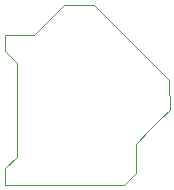
<source format=gbr>
%TF.GenerationSoftware,KiCad,Pcbnew,7.0.9*%
%TF.CreationDate,2024-04-14T05:38:50-07:00*%
%TF.ProjectId,ps4snapbackcaps,70733473-6e61-4706-9261-636b63617073,rev?*%
%TF.SameCoordinates,Original*%
%TF.FileFunction,Profile,NP*%
%FSLAX46Y46*%
G04 Gerber Fmt 4.6, Leading zero omitted, Abs format (unit mm)*
G04 Created by KiCad (PCBNEW 7.0.9) date 2024-04-14 05:38:50*
%MOMM*%
%LPD*%
G01*
G04 APERTURE LIST*
%TA.AperFunction,Profile*%
%ADD10C,0.100000*%
%TD*%
G04 APERTURE END LIST*
D10*
X91025000Y-68650000D02*
X90050000Y-67650000D01*
X79950000Y-80350000D02*
X79950000Y-78950000D01*
X91150000Y-68775000D02*
X92150000Y-69775000D01*
X92200000Y-75725000D02*
X91050000Y-76875000D01*
X90050000Y-80350000D02*
X91050000Y-79350000D01*
X82400000Y-67650000D02*
X79950000Y-67650000D01*
X91050000Y-79350000D02*
X91050000Y-77150000D01*
X93850000Y-71475000D02*
X93150000Y-70775000D01*
X87500000Y-65100000D02*
X84950000Y-65100000D01*
X90050000Y-67650000D02*
X87500000Y-65100000D01*
X82400000Y-67650000D02*
X84950000Y-65100000D01*
X79950000Y-67650000D02*
X79950000Y-69050000D01*
X93150000Y-70775000D02*
X92150000Y-69775000D01*
X79950000Y-80350000D02*
X90050000Y-80350000D01*
X93850000Y-71475000D02*
X93900000Y-74025000D01*
X93200000Y-74725000D02*
X92200000Y-75725000D01*
X91150000Y-68775000D02*
X91025000Y-68650000D01*
X79950000Y-69050000D02*
X80950000Y-70050000D01*
X79950000Y-78950000D02*
X80950000Y-77950000D01*
X80950000Y-70050000D02*
X80950000Y-77950000D01*
X91050000Y-76875000D02*
X91050000Y-77150000D01*
X93900000Y-74025000D02*
X93200000Y-74725000D01*
M02*

</source>
